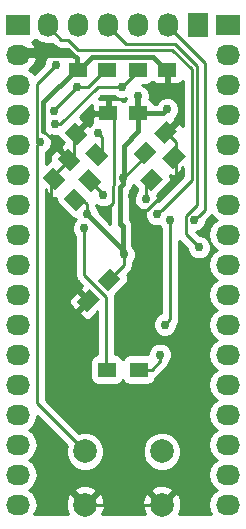
<source format=gbl>
G04 #@! TF.FileFunction,Copper,L2,Bot,Signal*
%FSLAX46Y46*%
G04 Gerber Fmt 4.6, Leading zero omitted, Abs format (unit mm)*
G04 Created by KiCad (PCBNEW 4.0.4+e1-6308~48~ubuntu16.04.1-stable) date Wed Oct 26 20:21:12 2016*
%MOMM*%
%LPD*%
G01*
G04 APERTURE LIST*
%ADD10C,0.101600*%
%ADD11R,1.727200X2.032000*%
%ADD12O,1.727200X2.032000*%
%ADD13R,1.500000X1.250000*%
%ADD14C,2.000000*%
%ADD15R,2.032000X1.727200*%
%ADD16O,2.032000X1.727200*%
%ADD17R,1.500000X1.300000*%
%ADD18C,0.762000*%
%ADD19C,0.400000*%
%ADD20C,0.254000*%
%ADD21C,0.500000*%
G04 APERTURE END LIST*
D10*
D11*
X198120000Y-81280000D03*
D12*
X195580000Y-81280000D03*
X193040000Y-81280000D03*
X190500000Y-81280000D03*
X187960000Y-81280000D03*
X185420000Y-81280000D03*
D13*
X193040000Y-85090000D03*
X195540000Y-85090000D03*
X190460000Y-85090000D03*
X187960000Y-85090000D03*
D10*
G36*
X189956155Y-94572271D02*
X189072271Y-95456155D01*
X188011611Y-94395495D01*
X188895495Y-93511611D01*
X189956155Y-94572271D01*
X189956155Y-94572271D01*
G37*
G36*
X188188389Y-92804505D02*
X187304505Y-93688389D01*
X186243845Y-92627729D01*
X187127729Y-91743845D01*
X188188389Y-92804505D01*
X188188389Y-92804505D01*
G37*
G36*
X186820162Y-90422046D02*
X187704046Y-89538162D01*
X188764706Y-90598822D01*
X187880822Y-91482706D01*
X186820162Y-90422046D01*
X186820162Y-90422046D01*
G37*
G36*
X188587928Y-92189812D02*
X189471812Y-91305928D01*
X190532472Y-92366588D01*
X189648588Y-93250472D01*
X188587928Y-92189812D01*
X188587928Y-92189812D01*
G37*
G36*
X194112289Y-95376349D02*
X193193051Y-94457111D01*
X194253711Y-93396451D01*
X195172949Y-94315689D01*
X194112289Y-95376349D01*
X194112289Y-95376349D01*
G37*
G36*
X196021477Y-93467161D02*
X195102239Y-92547923D01*
X196162899Y-91487263D01*
X197082137Y-92406501D01*
X196021477Y-93467161D01*
X196021477Y-93467161D01*
G37*
G36*
X190710271Y-101902845D02*
X191594155Y-102786729D01*
X190533495Y-103847389D01*
X189649611Y-102963505D01*
X190710271Y-101902845D01*
X190710271Y-101902845D01*
G37*
G36*
X188942505Y-103670611D02*
X189826389Y-104554495D01*
X188765729Y-105615155D01*
X187881845Y-104731271D01*
X188942505Y-103670611D01*
X188942505Y-103670611D01*
G37*
D13*
X193050000Y-88800000D03*
X190550000Y-88800000D03*
D14*
X195072000Y-117420000D03*
X195072000Y-121920000D03*
X188572000Y-117420000D03*
X188572000Y-121920000D03*
D10*
G36*
X193540929Y-93118355D02*
X192657045Y-92234471D01*
X193717705Y-91173811D01*
X194601589Y-92057695D01*
X193540929Y-93118355D01*
X193540929Y-93118355D01*
G37*
G36*
X195308695Y-91350589D02*
X194424811Y-90466705D01*
X195485471Y-89406045D01*
X196369355Y-90289929D01*
X195308695Y-91350589D01*
X195308695Y-91350589D01*
G37*
G36*
X188703672Y-96201988D02*
X187819788Y-97085872D01*
X186759128Y-96025212D01*
X187643012Y-95141328D01*
X188703672Y-96201988D01*
X188703672Y-96201988D01*
G37*
G36*
X186935906Y-94434222D02*
X186052022Y-95318106D01*
X184991362Y-94257446D01*
X185875246Y-93373562D01*
X186935906Y-94434222D01*
X186935906Y-94434222D01*
G37*
D15*
X182880000Y-81280000D03*
D16*
X182880000Y-83820000D03*
X182880000Y-86360000D03*
X182880000Y-88900000D03*
X182880000Y-91440000D03*
X182880000Y-93980000D03*
X182880000Y-96520000D03*
X182880000Y-99060000D03*
X182880000Y-101600000D03*
X182880000Y-104140000D03*
X182880000Y-106680000D03*
X182880000Y-109220000D03*
X182880000Y-111760000D03*
X182880000Y-114300000D03*
X182880000Y-116840000D03*
X182880000Y-119380000D03*
X182880000Y-121920000D03*
D15*
X200660000Y-81280000D03*
D16*
X200660000Y-83820000D03*
X200660000Y-86360000D03*
X200660000Y-88900000D03*
X200660000Y-91440000D03*
X200660000Y-93980000D03*
X200660000Y-96520000D03*
X200660000Y-99060000D03*
X200660000Y-101600000D03*
X200660000Y-104140000D03*
X200660000Y-106680000D03*
X200660000Y-109220000D03*
X200660000Y-111760000D03*
X200660000Y-114300000D03*
X200660000Y-116840000D03*
X200660000Y-119380000D03*
X200660000Y-121920000D03*
D17*
X190420000Y-110490000D03*
X193120000Y-110490000D03*
D18*
X188700000Y-97300000D03*
X193025000Y-87325000D03*
X195525000Y-88450000D03*
X191850000Y-100730000D03*
X191810000Y-94250000D03*
X188620400Y-109220000D03*
X195834000Y-86614000D03*
X192531994Y-95758000D03*
X190410000Y-96960000D03*
X197800000Y-97850000D03*
X198200000Y-100150000D03*
X184775000Y-91200000D03*
X186075000Y-84675000D03*
X194680000Y-97350000D03*
X188484781Y-98523522D03*
X193701990Y-96062294D03*
X185950000Y-88625000D03*
X187850000Y-86580000D03*
X191680000Y-86530000D03*
X186000000Y-89700000D03*
X189700000Y-90500000D03*
X195326000Y-106680000D03*
X195790000Y-97820000D03*
X190120000Y-95740000D03*
X194919600Y-109220000D03*
D19*
X191810000Y-94250000D02*
X191810000Y-94811380D01*
X191810000Y-94811380D02*
X191550000Y-95071380D01*
X191550000Y-95071380D02*
X191550000Y-98150000D01*
X191550000Y-98150000D02*
X191750000Y-98350000D01*
X191750000Y-98350000D02*
X191750000Y-100630000D01*
X191750000Y-100630000D02*
X191810000Y-100690000D01*
X191690000Y-100730000D02*
X191690000Y-100290000D01*
X191690000Y-100290000D02*
X189080999Y-97680999D01*
D20*
X187827883Y-95625883D02*
X188700000Y-96498000D01*
D19*
X189080999Y-97680999D02*
X188700000Y-97300000D01*
D20*
X188700000Y-96761185D02*
X188700000Y-97300000D01*
X188700000Y-96498000D02*
X188700000Y-96761185D01*
D21*
X193025000Y-87325000D02*
X193025000Y-88775000D01*
D20*
X193025000Y-88775000D02*
X193050000Y-88800000D01*
D19*
X193075000Y-88900000D02*
X193075000Y-90325000D01*
X193075000Y-90325000D02*
X191850000Y-91550000D01*
X191850000Y-91550000D02*
X191850000Y-94210000D01*
X191850000Y-94210000D02*
X191831210Y-94228790D01*
X193050000Y-88800000D02*
X195175000Y-88800000D01*
X195175000Y-88800000D02*
X195525000Y-88450000D01*
D20*
X191850000Y-101647000D02*
X191850000Y-101268815D01*
X190621883Y-102875117D02*
X191850000Y-101647000D01*
X191690000Y-100730000D02*
X191850000Y-100730000D01*
X191810000Y-100690000D02*
X191850000Y-100730000D01*
X191850000Y-101268815D02*
X191850000Y-100730000D01*
X191831210Y-94228790D02*
X191810000Y-94250000D01*
X191810000Y-94250000D02*
X193776117Y-92283883D01*
X193776117Y-92283883D02*
X193816117Y-92283883D01*
X193816117Y-92283883D02*
X193106117Y-92283883D01*
X187216117Y-92716117D02*
X187202117Y-92716117D01*
X187202117Y-92716117D02*
X185648600Y-94269634D01*
X185648600Y-101437366D02*
X188854117Y-104642883D01*
X185648600Y-94269634D02*
X185648600Y-101437366D01*
X188854117Y-104642883D02*
X187960000Y-105537000D01*
X187960000Y-105537000D02*
X187960000Y-108559600D01*
X187960000Y-108559600D02*
X188620400Y-109220000D01*
X188620400Y-112471200D02*
X188620400Y-109758815D01*
X192000000Y-115850800D02*
X188620400Y-112471200D01*
X192000000Y-121920000D02*
X192000000Y-115850800D01*
X188620400Y-109758815D02*
X188620400Y-109220000D01*
D19*
X185050000Y-90250000D02*
X185050000Y-87875000D01*
X185050000Y-87875000D02*
X187835000Y-85090000D01*
D20*
X187835000Y-85090000D02*
X187960000Y-85090000D01*
X186615077Y-91815077D02*
X185050000Y-90250000D01*
X187216117Y-92716117D02*
X186615077Y-92115077D01*
X186615077Y-92115077D02*
X186615077Y-91815077D01*
X195540000Y-85090000D02*
X195415000Y-85090000D01*
D19*
X195415000Y-85090000D02*
X194325000Y-84000000D01*
X194325000Y-84000000D02*
X189175000Y-84000000D01*
X189175000Y-84000000D02*
X188085000Y-85090000D01*
D20*
X188085000Y-85090000D02*
X187960000Y-85090000D01*
D19*
X187960000Y-85090000D02*
X187850000Y-84980000D01*
X183250000Y-83825000D02*
X183650000Y-83425000D01*
X187850000Y-84980000D02*
X187850000Y-84150000D01*
X187850000Y-84150000D02*
X187525000Y-83825000D01*
X187525000Y-83825000D02*
X183250000Y-83825000D01*
X183650000Y-83425000D02*
X187100000Y-83425000D01*
X187100000Y-83425000D02*
X187450000Y-83775000D01*
D20*
X190975000Y-89100000D02*
X190980000Y-89105000D01*
X190980000Y-89105000D02*
X190980000Y-94891549D01*
X190980000Y-94891549D02*
X190963587Y-94907962D01*
X190963587Y-94907962D02*
X190963587Y-96406413D01*
X190963587Y-96406413D02*
X190790999Y-96579001D01*
X190790999Y-96579001D02*
X190410000Y-96960000D01*
X195583883Y-90516117D02*
X196625000Y-89475000D01*
X196625000Y-89475000D02*
X196625000Y-87405000D01*
X196625000Y-87405000D02*
X195834000Y-86614000D01*
X190550000Y-88800000D02*
X190675000Y-88800000D01*
X195540000Y-86320000D02*
X195834000Y-86614000D01*
X195540000Y-85090000D02*
X195540000Y-86320000D01*
X193838799Y-97001201D02*
X193236380Y-97001201D01*
X196280594Y-94559406D02*
X193838799Y-97001201D01*
X196280594Y-92263406D02*
X196280594Y-94559406D01*
X192531994Y-96296815D02*
X192531994Y-95758000D01*
X193236380Y-97001201D02*
X192531994Y-96296815D01*
X193657787Y-121920000D02*
X192000000Y-121920000D01*
X192000000Y-121920000D02*
X188572000Y-121920000D01*
X195072000Y-121920000D02*
X193657787Y-121920000D01*
X187616117Y-90716117D02*
X187616117Y-92316117D01*
X187616117Y-92316117D02*
X187216117Y-92716117D01*
X190550000Y-88800000D02*
X189532234Y-88800000D01*
X189532234Y-88800000D02*
X187616117Y-90716117D01*
X196280594Y-92263406D02*
X196280594Y-91212828D01*
X196280594Y-91212828D02*
X195583883Y-90516117D01*
X198180999Y-97469001D02*
X197800000Y-97850000D01*
X198692962Y-84545362D02*
X198692962Y-96957038D01*
X195580000Y-81432400D02*
X198692962Y-84545362D01*
X198692962Y-96957038D02*
X198180999Y-97469001D01*
X195580000Y-81280000D02*
X195580000Y-81432400D01*
X198057964Y-84807964D02*
X196205578Y-82955578D01*
X196205578Y-82955578D02*
X192023178Y-82955578D01*
X197088799Y-97508623D02*
X198057964Y-96539458D01*
X198057964Y-96539458D02*
X198057964Y-84807964D01*
X197088799Y-99038799D02*
X197088799Y-97508623D01*
X198200000Y-100150000D02*
X197088799Y-99038799D01*
X192023178Y-82955578D02*
X190500000Y-81432400D01*
X190500000Y-81432400D02*
X190500000Y-81280000D01*
X188572000Y-117420000D02*
X184500000Y-113348000D01*
X184500000Y-113348000D02*
X184500000Y-91475000D01*
X184500000Y-91475000D02*
X184775000Y-91200000D01*
X186075000Y-84675000D02*
X184475000Y-86275000D01*
X184475000Y-86275000D02*
X184475000Y-90900000D01*
X184475000Y-90900000D02*
X184775000Y-91200000D01*
X197600753Y-94429247D02*
X195060999Y-96969001D01*
X197600753Y-85050753D02*
X197600753Y-94429247D01*
X195962789Y-83412789D02*
X197600753Y-85050753D01*
X187994935Y-83412789D02*
X195962789Y-83412789D01*
X186537600Y-82550000D02*
X187132146Y-82550000D01*
X185420000Y-81432400D02*
X186537600Y-82550000D01*
X195060999Y-96969001D02*
X194680000Y-97350000D01*
X185420000Y-81280000D02*
X185420000Y-81432400D01*
X187132146Y-82550000D02*
X187994935Y-83412789D01*
X188484781Y-98523522D02*
X188484781Y-102484781D01*
X188484781Y-102484781D02*
X190373000Y-104373000D01*
X190373000Y-104373000D02*
X190373000Y-110388400D01*
X193701990Y-94842010D02*
X193701990Y-95523479D01*
X194371406Y-94172594D02*
X193701990Y-94842010D01*
X193701990Y-95523479D02*
X193701990Y-96062294D01*
X190460000Y-85090000D02*
X190335000Y-85090000D01*
X190335000Y-85090000D02*
X190322200Y-85077200D01*
X190322200Y-85077200D02*
X190322200Y-85039200D01*
X190322200Y-85039200D02*
X188781400Y-86580000D01*
X188781400Y-86580000D02*
X187850000Y-86580000D01*
X185950000Y-88480000D02*
X185950000Y-88625000D01*
X187850000Y-86580000D02*
X185950000Y-88480000D01*
X186000000Y-89700000D02*
X186474200Y-89700000D01*
X186474200Y-89700000D02*
X189644200Y-86530000D01*
X189644200Y-86530000D02*
X191141185Y-86530000D01*
X191141185Y-86530000D02*
X191680000Y-86530000D01*
X193040000Y-85090000D02*
X193040000Y-85170000D01*
X193040000Y-85170000D02*
X191680000Y-86530000D01*
X189700000Y-90500000D02*
X189975000Y-90775000D01*
X189975000Y-91892766D02*
X189383883Y-92483883D01*
X189975000Y-90775000D02*
X189975000Y-91892766D01*
X195790000Y-97820000D02*
X195790000Y-106216000D01*
X195706999Y-106299001D02*
X195326000Y-106680000D01*
X195790000Y-106216000D02*
X195706999Y-106299001D01*
X188983883Y-94483883D02*
X190120000Y-95620000D01*
X190120000Y-95620000D02*
X190120000Y-95740000D01*
X194919600Y-109220000D02*
X194919600Y-109804200D01*
X194919600Y-109804200D02*
X194233800Y-110490000D01*
X194233800Y-110490000D02*
X193120000Y-110490000D01*
G36*
X192735242Y-94914920D02*
X192939990Y-95119668D01*
X192939990Y-95387376D01*
X192841169Y-95486025D01*
X192686166Y-95859312D01*
X192685814Y-96263502D01*
X192840165Y-96637060D01*
X193125721Y-96923115D01*
X193499008Y-97078118D01*
X193692716Y-97078287D01*
X193664176Y-97147018D01*
X193663824Y-97551208D01*
X193818175Y-97924766D01*
X194103731Y-98210821D01*
X194477018Y-98365824D01*
X194881208Y-98366176D01*
X194911235Y-98353769D01*
X194928175Y-98394766D01*
X195028000Y-98494765D01*
X195028000Y-105703818D01*
X194751234Y-105818175D01*
X194465179Y-106103731D01*
X194310176Y-106477018D01*
X194309824Y-106881208D01*
X194464175Y-107254766D01*
X194749731Y-107540821D01*
X195123018Y-107695824D01*
X195527208Y-107696176D01*
X195900766Y-107541825D01*
X196186821Y-107256269D01*
X196341824Y-106882982D01*
X196341953Y-106735153D01*
X196493996Y-106507605D01*
X196517708Y-106388396D01*
X196552000Y-106216000D01*
X196552000Y-99579630D01*
X197183946Y-100211576D01*
X197183824Y-100351208D01*
X197338175Y-100724766D01*
X197623731Y-101010821D01*
X197997018Y-101165824D01*
X198401208Y-101166176D01*
X198774766Y-101011825D01*
X199060821Y-100726269D01*
X199215824Y-100352982D01*
X199216176Y-99948792D01*
X199061825Y-99575234D01*
X198776269Y-99289179D01*
X198402982Y-99134176D01*
X198261684Y-99134053D01*
X197993800Y-98866170D01*
X198001208Y-98866176D01*
X198374766Y-98711825D01*
X198660821Y-98426269D01*
X198815824Y-98052982D01*
X198815947Y-97911683D01*
X199231777Y-97495853D01*
X199295679Y-97400217D01*
X199415585Y-97579670D01*
X199730366Y-97790000D01*
X199415585Y-98000330D01*
X199090729Y-98486511D01*
X198976655Y-99060000D01*
X199090729Y-99633489D01*
X199415585Y-100119670D01*
X199730366Y-100330000D01*
X199415585Y-100540330D01*
X199090729Y-101026511D01*
X198976655Y-101600000D01*
X199090729Y-102173489D01*
X199415585Y-102659670D01*
X199730366Y-102870000D01*
X199415585Y-103080330D01*
X199090729Y-103566511D01*
X198976655Y-104140000D01*
X199090729Y-104713489D01*
X199415585Y-105199670D01*
X199730366Y-105410000D01*
X199415585Y-105620330D01*
X199090729Y-106106511D01*
X198976655Y-106680000D01*
X199090729Y-107253489D01*
X199415585Y-107739670D01*
X199730366Y-107950000D01*
X199415585Y-108160330D01*
X199090729Y-108646511D01*
X198976655Y-109220000D01*
X199090729Y-109793489D01*
X199415585Y-110279670D01*
X199730366Y-110490000D01*
X199415585Y-110700330D01*
X199090729Y-111186511D01*
X198976655Y-111760000D01*
X199090729Y-112333489D01*
X199415585Y-112819670D01*
X199730366Y-113030000D01*
X199415585Y-113240330D01*
X199090729Y-113726511D01*
X198976655Y-114300000D01*
X199090729Y-114873489D01*
X199415585Y-115359670D01*
X199730366Y-115570000D01*
X199415585Y-115780330D01*
X199090729Y-116266511D01*
X198976655Y-116840000D01*
X199090729Y-117413489D01*
X199415585Y-117899670D01*
X199730366Y-118110000D01*
X199415585Y-118320330D01*
X199090729Y-118806511D01*
X198976655Y-119380000D01*
X199090729Y-119953489D01*
X199415585Y-120439670D01*
X199730366Y-120650000D01*
X199415585Y-120860330D01*
X199090729Y-121346511D01*
X198976655Y-121920000D01*
X199090729Y-122493489D01*
X199251433Y-122734000D01*
X196513776Y-122734000D01*
X196717908Y-122184539D01*
X196693856Y-121534540D01*
X196491387Y-121045736D01*
X196224532Y-120947073D01*
X195251605Y-121920000D01*
X195265748Y-121934143D01*
X195086143Y-122113748D01*
X195072000Y-122099605D01*
X195057858Y-122113748D01*
X194878253Y-121934143D01*
X194892395Y-121920000D01*
X193919468Y-120947073D01*
X193652613Y-121045736D01*
X193426092Y-121655461D01*
X193450144Y-122305460D01*
X193627651Y-122734000D01*
X190013776Y-122734000D01*
X190217908Y-122184539D01*
X190193856Y-121534540D01*
X189991387Y-121045736D01*
X189724532Y-120947073D01*
X188751605Y-121920000D01*
X188765748Y-121934143D01*
X188586143Y-122113748D01*
X188572000Y-122099605D01*
X188557858Y-122113748D01*
X188378253Y-121934143D01*
X188392395Y-121920000D01*
X187419468Y-120947073D01*
X187152613Y-121045736D01*
X186926092Y-121655461D01*
X186950144Y-122305460D01*
X187127651Y-122734000D01*
X184288567Y-122734000D01*
X184449271Y-122493489D01*
X184563345Y-121920000D01*
X184449271Y-121346511D01*
X184124415Y-120860330D01*
X183985438Y-120767468D01*
X187599073Y-120767468D01*
X188572000Y-121740395D01*
X189544927Y-120767468D01*
X194099073Y-120767468D01*
X195072000Y-121740395D01*
X196044927Y-120767468D01*
X195946264Y-120500613D01*
X195336539Y-120274092D01*
X194686540Y-120298144D01*
X194197736Y-120500613D01*
X194099073Y-120767468D01*
X189544927Y-120767468D01*
X189446264Y-120500613D01*
X188836539Y-120274092D01*
X188186540Y-120298144D01*
X187697736Y-120500613D01*
X187599073Y-120767468D01*
X183985438Y-120767468D01*
X183809634Y-120650000D01*
X184124415Y-120439670D01*
X184449271Y-119953489D01*
X184563345Y-119380000D01*
X184449271Y-118806511D01*
X184124415Y-118320330D01*
X183809634Y-118110000D01*
X184124415Y-117899670D01*
X184449271Y-117413489D01*
X184563345Y-116840000D01*
X184449271Y-116266511D01*
X184124415Y-115780330D01*
X183809634Y-115570000D01*
X184124415Y-115359670D01*
X184449271Y-114873489D01*
X184531992Y-114457622D01*
X187004895Y-116930526D01*
X186937284Y-117093352D01*
X186936716Y-117743795D01*
X187185106Y-118344943D01*
X187644637Y-118805278D01*
X188245352Y-119054716D01*
X188895795Y-119055284D01*
X189496943Y-118806894D01*
X189957278Y-118347363D01*
X190206716Y-117746648D01*
X190206718Y-117743795D01*
X193436716Y-117743795D01*
X193685106Y-118344943D01*
X194144637Y-118805278D01*
X194745352Y-119054716D01*
X195395795Y-119055284D01*
X195996943Y-118806894D01*
X196457278Y-118347363D01*
X196706716Y-117746648D01*
X196707284Y-117096205D01*
X196458894Y-116495057D01*
X195999363Y-116034722D01*
X195398648Y-115785284D01*
X194748205Y-115784716D01*
X194147057Y-116033106D01*
X193686722Y-116492637D01*
X193437284Y-117093352D01*
X193436716Y-117743795D01*
X190206718Y-117743795D01*
X190207284Y-117096205D01*
X189958894Y-116495057D01*
X189499363Y-116034722D01*
X188898648Y-115785284D01*
X188248205Y-115784716D01*
X188082723Y-115853092D01*
X185262000Y-113032370D01*
X185262000Y-104857580D01*
X187246845Y-104857580D01*
X187343518Y-105090969D01*
X187522146Y-105269598D01*
X187672718Y-105420170D01*
X187897225Y-105420170D01*
X188674512Y-104642883D01*
X187985613Y-103953984D01*
X187761107Y-103953984D01*
X187343518Y-104371572D01*
X187246846Y-104604962D01*
X187246845Y-104857580D01*
X185262000Y-104857580D01*
X185262000Y-95227076D01*
X185274735Y-95214341D01*
X185274735Y-95438844D01*
X185692323Y-95856433D01*
X185925713Y-95953105D01*
X186125452Y-95953106D01*
X186111750Y-96016268D01*
X186159274Y-96268839D01*
X186301319Y-96483021D01*
X187361979Y-97543681D01*
X187559682Y-97678766D01*
X187776636Y-97725829D01*
X187796824Y-97774690D01*
X187623960Y-97947253D01*
X187468957Y-98320540D01*
X187468605Y-98724730D01*
X187622956Y-99098288D01*
X187722781Y-99198287D01*
X187722781Y-102484781D01*
X187780785Y-102776386D01*
X187899838Y-102954561D01*
X187945966Y-103023596D01*
X188318730Y-103396360D01*
X188165218Y-103549873D01*
X188165218Y-103774379D01*
X188854117Y-104463278D01*
X188868260Y-104449136D01*
X189047865Y-104628741D01*
X189033722Y-104642883D01*
X189047865Y-104657026D01*
X188868260Y-104836631D01*
X188854117Y-104822488D01*
X188076830Y-105599775D01*
X188076830Y-105824282D01*
X188227402Y-105974854D01*
X188406031Y-106153482D01*
X188639420Y-106250155D01*
X188892038Y-106250154D01*
X189125428Y-106153482D01*
X189543016Y-105735893D01*
X189543016Y-105511390D01*
X189611000Y-105579374D01*
X189611000Y-109203662D01*
X189434683Y-109236838D01*
X189218559Y-109375910D01*
X189073569Y-109588110D01*
X189022560Y-109840000D01*
X189022560Y-111140000D01*
X189066838Y-111375317D01*
X189205910Y-111591441D01*
X189418110Y-111736431D01*
X189670000Y-111787440D01*
X191170000Y-111787440D01*
X191405317Y-111743162D01*
X191621441Y-111604090D01*
X191766431Y-111391890D01*
X191769081Y-111378803D01*
X191905910Y-111591441D01*
X192118110Y-111736431D01*
X192370000Y-111787440D01*
X193870000Y-111787440D01*
X194105317Y-111743162D01*
X194321441Y-111604090D01*
X194466431Y-111391890D01*
X194505712Y-111197913D01*
X194525405Y-111193996D01*
X194772615Y-111028815D01*
X195458416Y-110343015D01*
X195557434Y-110194823D01*
X195623596Y-110095805D01*
X195659084Y-109917394D01*
X195780421Y-109796269D01*
X195935424Y-109422982D01*
X195935776Y-109018792D01*
X195781425Y-108645234D01*
X195495869Y-108359179D01*
X195122582Y-108204176D01*
X194718392Y-108203824D01*
X194344834Y-108358175D01*
X194058779Y-108643731D01*
X193903776Y-109017018D01*
X193903617Y-109199368D01*
X193870000Y-109192560D01*
X192370000Y-109192560D01*
X192134683Y-109236838D01*
X191918559Y-109375910D01*
X191773569Y-109588110D01*
X191770919Y-109601197D01*
X191634090Y-109388559D01*
X191421890Y-109243569D01*
X191170000Y-109192560D01*
X191135000Y-109192560D01*
X191135000Y-104373000D01*
X191099910Y-104196592D01*
X192051964Y-103244538D01*
X192187049Y-103046835D01*
X192241533Y-102795673D01*
X192194009Y-102543102D01*
X192129220Y-102445411D01*
X192388816Y-102185815D01*
X192531140Y-101972811D01*
X192553996Y-101938605D01*
X192612000Y-101647000D01*
X192612000Y-101404918D01*
X192710821Y-101306269D01*
X192865824Y-100932982D01*
X192866176Y-100528792D01*
X192711825Y-100155234D01*
X192585000Y-100028187D01*
X192585000Y-98350000D01*
X192561512Y-98231917D01*
X192521440Y-98030460D01*
X192385000Y-97826264D01*
X192385000Y-95417248D01*
X192400434Y-95401814D01*
X192581440Y-95130920D01*
X192634907Y-94862120D01*
X192670821Y-94826269D01*
X192672988Y-94821050D01*
X192735242Y-94914920D01*
X192735242Y-94914920D01*
G37*
X192735242Y-94914920D02*
X192939990Y-95119668D01*
X192939990Y-95387376D01*
X192841169Y-95486025D01*
X192686166Y-95859312D01*
X192685814Y-96263502D01*
X192840165Y-96637060D01*
X193125721Y-96923115D01*
X193499008Y-97078118D01*
X193692716Y-97078287D01*
X193664176Y-97147018D01*
X193663824Y-97551208D01*
X193818175Y-97924766D01*
X194103731Y-98210821D01*
X194477018Y-98365824D01*
X194881208Y-98366176D01*
X194911235Y-98353769D01*
X194928175Y-98394766D01*
X195028000Y-98494765D01*
X195028000Y-105703818D01*
X194751234Y-105818175D01*
X194465179Y-106103731D01*
X194310176Y-106477018D01*
X194309824Y-106881208D01*
X194464175Y-107254766D01*
X194749731Y-107540821D01*
X195123018Y-107695824D01*
X195527208Y-107696176D01*
X195900766Y-107541825D01*
X196186821Y-107256269D01*
X196341824Y-106882982D01*
X196341953Y-106735153D01*
X196493996Y-106507605D01*
X196517708Y-106388396D01*
X196552000Y-106216000D01*
X196552000Y-99579630D01*
X197183946Y-100211576D01*
X197183824Y-100351208D01*
X197338175Y-100724766D01*
X197623731Y-101010821D01*
X197997018Y-101165824D01*
X198401208Y-101166176D01*
X198774766Y-101011825D01*
X199060821Y-100726269D01*
X199215824Y-100352982D01*
X199216176Y-99948792D01*
X199061825Y-99575234D01*
X198776269Y-99289179D01*
X198402982Y-99134176D01*
X198261684Y-99134053D01*
X197993800Y-98866170D01*
X198001208Y-98866176D01*
X198374766Y-98711825D01*
X198660821Y-98426269D01*
X198815824Y-98052982D01*
X198815947Y-97911683D01*
X199231777Y-97495853D01*
X199295679Y-97400217D01*
X199415585Y-97579670D01*
X199730366Y-97790000D01*
X199415585Y-98000330D01*
X199090729Y-98486511D01*
X198976655Y-99060000D01*
X199090729Y-99633489D01*
X199415585Y-100119670D01*
X199730366Y-100330000D01*
X199415585Y-100540330D01*
X199090729Y-101026511D01*
X198976655Y-101600000D01*
X199090729Y-102173489D01*
X199415585Y-102659670D01*
X199730366Y-102870000D01*
X199415585Y-103080330D01*
X199090729Y-103566511D01*
X198976655Y-104140000D01*
X199090729Y-104713489D01*
X199415585Y-105199670D01*
X199730366Y-105410000D01*
X199415585Y-105620330D01*
X199090729Y-106106511D01*
X198976655Y-106680000D01*
X199090729Y-107253489D01*
X199415585Y-107739670D01*
X199730366Y-107950000D01*
X199415585Y-108160330D01*
X199090729Y-108646511D01*
X198976655Y-109220000D01*
X199090729Y-109793489D01*
X199415585Y-110279670D01*
X199730366Y-110490000D01*
X199415585Y-110700330D01*
X199090729Y-111186511D01*
X198976655Y-111760000D01*
X199090729Y-112333489D01*
X199415585Y-112819670D01*
X199730366Y-113030000D01*
X199415585Y-113240330D01*
X199090729Y-113726511D01*
X198976655Y-114300000D01*
X199090729Y-114873489D01*
X199415585Y-115359670D01*
X199730366Y-115570000D01*
X199415585Y-115780330D01*
X199090729Y-116266511D01*
X198976655Y-116840000D01*
X199090729Y-117413489D01*
X199415585Y-117899670D01*
X199730366Y-118110000D01*
X199415585Y-118320330D01*
X199090729Y-118806511D01*
X198976655Y-119380000D01*
X199090729Y-119953489D01*
X199415585Y-120439670D01*
X199730366Y-120650000D01*
X199415585Y-120860330D01*
X199090729Y-121346511D01*
X198976655Y-121920000D01*
X199090729Y-122493489D01*
X199251433Y-122734000D01*
X196513776Y-122734000D01*
X196717908Y-122184539D01*
X196693856Y-121534540D01*
X196491387Y-121045736D01*
X196224532Y-120947073D01*
X195251605Y-121920000D01*
X195265748Y-121934143D01*
X195086143Y-122113748D01*
X195072000Y-122099605D01*
X195057858Y-122113748D01*
X194878253Y-121934143D01*
X194892395Y-121920000D01*
X193919468Y-120947073D01*
X193652613Y-121045736D01*
X193426092Y-121655461D01*
X193450144Y-122305460D01*
X193627651Y-122734000D01*
X190013776Y-122734000D01*
X190217908Y-122184539D01*
X190193856Y-121534540D01*
X189991387Y-121045736D01*
X189724532Y-120947073D01*
X188751605Y-121920000D01*
X188765748Y-121934143D01*
X188586143Y-122113748D01*
X188572000Y-122099605D01*
X188557858Y-122113748D01*
X188378253Y-121934143D01*
X188392395Y-121920000D01*
X187419468Y-120947073D01*
X187152613Y-121045736D01*
X186926092Y-121655461D01*
X186950144Y-122305460D01*
X187127651Y-122734000D01*
X184288567Y-122734000D01*
X184449271Y-122493489D01*
X184563345Y-121920000D01*
X184449271Y-121346511D01*
X184124415Y-120860330D01*
X183985438Y-120767468D01*
X187599073Y-120767468D01*
X188572000Y-121740395D01*
X189544927Y-120767468D01*
X194099073Y-120767468D01*
X195072000Y-121740395D01*
X196044927Y-120767468D01*
X195946264Y-120500613D01*
X195336539Y-120274092D01*
X194686540Y-120298144D01*
X194197736Y-120500613D01*
X194099073Y-120767468D01*
X189544927Y-120767468D01*
X189446264Y-120500613D01*
X188836539Y-120274092D01*
X188186540Y-120298144D01*
X187697736Y-120500613D01*
X187599073Y-120767468D01*
X183985438Y-120767468D01*
X183809634Y-120650000D01*
X184124415Y-120439670D01*
X184449271Y-119953489D01*
X184563345Y-119380000D01*
X184449271Y-118806511D01*
X184124415Y-118320330D01*
X183809634Y-118110000D01*
X184124415Y-117899670D01*
X184449271Y-117413489D01*
X184563345Y-116840000D01*
X184449271Y-116266511D01*
X184124415Y-115780330D01*
X183809634Y-115570000D01*
X184124415Y-115359670D01*
X184449271Y-114873489D01*
X184531992Y-114457622D01*
X187004895Y-116930526D01*
X186937284Y-117093352D01*
X186936716Y-117743795D01*
X187185106Y-118344943D01*
X187644637Y-118805278D01*
X188245352Y-119054716D01*
X188895795Y-119055284D01*
X189496943Y-118806894D01*
X189957278Y-118347363D01*
X190206716Y-117746648D01*
X190206718Y-117743795D01*
X193436716Y-117743795D01*
X193685106Y-118344943D01*
X194144637Y-118805278D01*
X194745352Y-119054716D01*
X195395795Y-119055284D01*
X195996943Y-118806894D01*
X196457278Y-118347363D01*
X196706716Y-117746648D01*
X196707284Y-117096205D01*
X196458894Y-116495057D01*
X195999363Y-116034722D01*
X195398648Y-115785284D01*
X194748205Y-115784716D01*
X194147057Y-116033106D01*
X193686722Y-116492637D01*
X193437284Y-117093352D01*
X193436716Y-117743795D01*
X190206718Y-117743795D01*
X190207284Y-117096205D01*
X189958894Y-116495057D01*
X189499363Y-116034722D01*
X188898648Y-115785284D01*
X188248205Y-115784716D01*
X188082723Y-115853092D01*
X185262000Y-113032370D01*
X185262000Y-104857580D01*
X187246845Y-104857580D01*
X187343518Y-105090969D01*
X187522146Y-105269598D01*
X187672718Y-105420170D01*
X187897225Y-105420170D01*
X188674512Y-104642883D01*
X187985613Y-103953984D01*
X187761107Y-103953984D01*
X187343518Y-104371572D01*
X187246846Y-104604962D01*
X187246845Y-104857580D01*
X185262000Y-104857580D01*
X185262000Y-95227076D01*
X185274735Y-95214341D01*
X185274735Y-95438844D01*
X185692323Y-95856433D01*
X185925713Y-95953105D01*
X186125452Y-95953106D01*
X186111750Y-96016268D01*
X186159274Y-96268839D01*
X186301319Y-96483021D01*
X187361979Y-97543681D01*
X187559682Y-97678766D01*
X187776636Y-97725829D01*
X187796824Y-97774690D01*
X187623960Y-97947253D01*
X187468957Y-98320540D01*
X187468605Y-98724730D01*
X187622956Y-99098288D01*
X187722781Y-99198287D01*
X187722781Y-102484781D01*
X187780785Y-102776386D01*
X187899838Y-102954561D01*
X187945966Y-103023596D01*
X188318730Y-103396360D01*
X188165218Y-103549873D01*
X188165218Y-103774379D01*
X188854117Y-104463278D01*
X188868260Y-104449136D01*
X189047865Y-104628741D01*
X189033722Y-104642883D01*
X189047865Y-104657026D01*
X188868260Y-104836631D01*
X188854117Y-104822488D01*
X188076830Y-105599775D01*
X188076830Y-105824282D01*
X188227402Y-105974854D01*
X188406031Y-106153482D01*
X188639420Y-106250155D01*
X188892038Y-106250154D01*
X189125428Y-106153482D01*
X189543016Y-105735893D01*
X189543016Y-105511390D01*
X189611000Y-105579374D01*
X189611000Y-109203662D01*
X189434683Y-109236838D01*
X189218559Y-109375910D01*
X189073569Y-109588110D01*
X189022560Y-109840000D01*
X189022560Y-111140000D01*
X189066838Y-111375317D01*
X189205910Y-111591441D01*
X189418110Y-111736431D01*
X189670000Y-111787440D01*
X191170000Y-111787440D01*
X191405317Y-111743162D01*
X191621441Y-111604090D01*
X191766431Y-111391890D01*
X191769081Y-111378803D01*
X191905910Y-111591441D01*
X192118110Y-111736431D01*
X192370000Y-111787440D01*
X193870000Y-111787440D01*
X194105317Y-111743162D01*
X194321441Y-111604090D01*
X194466431Y-111391890D01*
X194505712Y-111197913D01*
X194525405Y-111193996D01*
X194772615Y-111028815D01*
X195458416Y-110343015D01*
X195557434Y-110194823D01*
X195623596Y-110095805D01*
X195659084Y-109917394D01*
X195780421Y-109796269D01*
X195935424Y-109422982D01*
X195935776Y-109018792D01*
X195781425Y-108645234D01*
X195495869Y-108359179D01*
X195122582Y-108204176D01*
X194718392Y-108203824D01*
X194344834Y-108358175D01*
X194058779Y-108643731D01*
X193903776Y-109017018D01*
X193903617Y-109199368D01*
X193870000Y-109192560D01*
X192370000Y-109192560D01*
X192134683Y-109236838D01*
X191918559Y-109375910D01*
X191773569Y-109588110D01*
X191770919Y-109601197D01*
X191634090Y-109388559D01*
X191421890Y-109243569D01*
X191170000Y-109192560D01*
X191135000Y-109192560D01*
X191135000Y-104373000D01*
X191099910Y-104196592D01*
X192051964Y-103244538D01*
X192187049Y-103046835D01*
X192241533Y-102795673D01*
X192194009Y-102543102D01*
X192129220Y-102445411D01*
X192388816Y-102185815D01*
X192531140Y-101972811D01*
X192553996Y-101938605D01*
X192612000Y-101647000D01*
X192612000Y-101404918D01*
X192710821Y-101306269D01*
X192865824Y-100932982D01*
X192866176Y-100528792D01*
X192711825Y-100155234D01*
X192585000Y-100028187D01*
X192585000Y-98350000D01*
X192561512Y-98231917D01*
X192521440Y-98030460D01*
X192385000Y-97826264D01*
X192385000Y-95417248D01*
X192400434Y-95401814D01*
X192581440Y-95130920D01*
X192634907Y-94862120D01*
X192670821Y-94826269D01*
X192672988Y-94821050D01*
X192735242Y-94914920D01*
G36*
X189543731Y-96600821D02*
X189917018Y-96755824D01*
X190321208Y-96756176D01*
X190694766Y-96601825D01*
X190715000Y-96581626D01*
X190715000Y-98134132D01*
X189716144Y-97135276D01*
X189716176Y-97098792D01*
X189561825Y-96725234D01*
X189462000Y-96625235D01*
X189462000Y-96518947D01*
X189543731Y-96600821D01*
X189543731Y-96600821D01*
G37*
X189543731Y-96600821D02*
X189917018Y-96755824D01*
X190321208Y-96756176D01*
X190694766Y-96601825D01*
X190715000Y-96581626D01*
X190715000Y-98134132D01*
X189716144Y-97135276D01*
X189716176Y-97098792D01*
X189561825Y-96725234D01*
X189462000Y-96625235D01*
X189462000Y-96518947D01*
X189543731Y-96600821D01*
G36*
X196838753Y-93403385D02*
X196838753Y-94113616D01*
X194717841Y-96234529D01*
X194718166Y-95861086D01*
X194667000Y-95737256D01*
X195630758Y-94773498D01*
X195765843Y-94575795D01*
X195820327Y-94324633D01*
X195772803Y-94072062D01*
X195753980Y-94043680D01*
X195895168Y-94102162D01*
X196147787Y-94102161D01*
X196381176Y-94005488D01*
X196798764Y-93587900D01*
X196798764Y-93363396D01*
X196838753Y-93403385D01*
X196838753Y-93403385D01*
G37*
X196838753Y-93403385D02*
X196838753Y-94113616D01*
X194717841Y-96234529D01*
X194718166Y-95861086D01*
X194667000Y-95737256D01*
X195630758Y-94773498D01*
X195765843Y-94575795D01*
X195820327Y-94324633D01*
X195772803Y-94072062D01*
X195753980Y-94043680D01*
X195895168Y-94102162D01*
X196147787Y-94102161D01*
X196381176Y-94005488D01*
X196798764Y-93587900D01*
X196798764Y-93363396D01*
X196838753Y-93403385D01*
G36*
X186157382Y-94331692D02*
X186143239Y-94345834D01*
X186157382Y-94359977D01*
X185977777Y-94539582D01*
X185963634Y-94525439D01*
X185949492Y-94539582D01*
X185769887Y-94359977D01*
X185784029Y-94345834D01*
X185769887Y-94331692D01*
X185949492Y-94152087D01*
X185963634Y-94166229D01*
X185977777Y-94152087D01*
X186157382Y-94331692D01*
X186157382Y-94331692D01*
G37*
X186157382Y-94331692D02*
X186143239Y-94345834D01*
X186157382Y-94359977D01*
X185977777Y-94539582D01*
X185963634Y-94525439D01*
X185949492Y-94539582D01*
X185769887Y-94359977D01*
X185784029Y-94345834D01*
X185769887Y-94331692D01*
X185949492Y-94152087D01*
X185963634Y-94166229D01*
X185977777Y-94152087D01*
X186157382Y-94331692D01*
G36*
X185797018Y-90715824D02*
X186201208Y-90716176D01*
X186246862Y-90697312D01*
X186281835Y-90781745D01*
X186699424Y-91199333D01*
X186782963Y-91199333D01*
X186768031Y-91205518D01*
X186589402Y-91384146D01*
X186438830Y-91534718D01*
X186438830Y-91759225D01*
X187216117Y-92536512D01*
X187230260Y-92522370D01*
X187409865Y-92701975D01*
X187395722Y-92716117D01*
X187409865Y-92730260D01*
X187230260Y-92909865D01*
X187216117Y-92895722D01*
X187201975Y-92909865D01*
X187022370Y-92730260D01*
X187036512Y-92716117D01*
X186259225Y-91938830D01*
X186034718Y-91938830D01*
X185884146Y-92089402D01*
X185705518Y-92268031D01*
X185608845Y-92501420D01*
X185608846Y-92754038D01*
X185623890Y-92790358D01*
X185515548Y-92835235D01*
X185336919Y-93013863D01*
X185262000Y-93088782D01*
X185262000Y-92098089D01*
X185349766Y-92061825D01*
X185635821Y-91776269D01*
X185790824Y-91402982D01*
X185791176Y-90998792D01*
X185648831Y-90654291D01*
X185797018Y-90715824D01*
X185797018Y-90715824D01*
G37*
X185797018Y-90715824D02*
X186201208Y-90716176D01*
X186246862Y-90697312D01*
X186281835Y-90781745D01*
X186699424Y-91199333D01*
X186782963Y-91199333D01*
X186768031Y-91205518D01*
X186589402Y-91384146D01*
X186438830Y-91534718D01*
X186438830Y-91759225D01*
X187216117Y-92536512D01*
X187230260Y-92522370D01*
X187409865Y-92701975D01*
X187395722Y-92716117D01*
X187409865Y-92730260D01*
X187230260Y-92909865D01*
X187216117Y-92895722D01*
X187201975Y-92909865D01*
X187022370Y-92730260D01*
X187036512Y-92716117D01*
X186259225Y-91938830D01*
X186034718Y-91938830D01*
X185884146Y-92089402D01*
X185705518Y-92268031D01*
X185608845Y-92501420D01*
X185608846Y-92754038D01*
X185623890Y-92790358D01*
X185515548Y-92835235D01*
X185336919Y-93013863D01*
X185262000Y-93088782D01*
X185262000Y-92098089D01*
X185349766Y-92061825D01*
X185635821Y-91776269D01*
X185790824Y-91402982D01*
X185791176Y-90998792D01*
X185648831Y-90654291D01*
X185797018Y-90715824D01*
G36*
X196092188Y-92297607D02*
X196106331Y-92283465D01*
X196285936Y-92463070D01*
X196271793Y-92477212D01*
X196285936Y-92491354D01*
X196106330Y-92670960D01*
X196092188Y-92656817D01*
X196078046Y-92670960D01*
X195898441Y-92491355D01*
X195912583Y-92477212D01*
X195898440Y-92463070D01*
X196078046Y-92283464D01*
X196092188Y-92297607D01*
X196092188Y-92297607D01*
G37*
X196092188Y-92297607D02*
X196106331Y-92283465D01*
X196285936Y-92463070D01*
X196271793Y-92477212D01*
X196285936Y-92491354D01*
X196106330Y-92670960D01*
X196092188Y-92656817D01*
X196078046Y-92670960D01*
X195898441Y-92491355D01*
X195912583Y-92477212D01*
X195898440Y-92463070D01*
X196078046Y-92283464D01*
X196092188Y-92297607D01*
G36*
X191103731Y-87390821D02*
X191477018Y-87545824D01*
X191881208Y-87546176D01*
X192008853Y-87493434D01*
X192008824Y-87526208D01*
X192035450Y-87590649D01*
X191848559Y-87710910D01*
X191802031Y-87779006D01*
X191659698Y-87636673D01*
X191426309Y-87540000D01*
X190835750Y-87540000D01*
X190677000Y-87698750D01*
X190677000Y-88673000D01*
X190697000Y-88673000D01*
X190697000Y-88927000D01*
X190677000Y-88927000D01*
X190677000Y-88947000D01*
X190423000Y-88947000D01*
X190423000Y-88927000D01*
X189323750Y-88927000D01*
X189165000Y-89085750D01*
X189165000Y-89551310D01*
X189189911Y-89611451D01*
X189125234Y-89638175D01*
X188913474Y-89849565D01*
X188885444Y-89821535D01*
X188660938Y-89821535D01*
X187972039Y-90510434D01*
X187986182Y-90524577D01*
X187806577Y-90704182D01*
X187792434Y-90690039D01*
X187778292Y-90704182D01*
X187598687Y-90524577D01*
X187612829Y-90510434D01*
X187598687Y-90496292D01*
X187778292Y-90316687D01*
X187792434Y-90330829D01*
X188481333Y-89641930D01*
X188481333Y-89417424D01*
X188157870Y-89093960D01*
X189165000Y-88086830D01*
X189165000Y-88514250D01*
X189323750Y-88673000D01*
X190423000Y-88673000D01*
X190423000Y-87698750D01*
X190264250Y-87540000D01*
X189711830Y-87540000D01*
X189959830Y-87292000D01*
X191005082Y-87292000D01*
X191103731Y-87390821D01*
X191103731Y-87390821D01*
G37*
X191103731Y-87390821D02*
X191477018Y-87545824D01*
X191881208Y-87546176D01*
X192008853Y-87493434D01*
X192008824Y-87526208D01*
X192035450Y-87590649D01*
X191848559Y-87710910D01*
X191802031Y-87779006D01*
X191659698Y-87636673D01*
X191426309Y-87540000D01*
X190835750Y-87540000D01*
X190677000Y-87698750D01*
X190677000Y-88673000D01*
X190697000Y-88673000D01*
X190697000Y-88927000D01*
X190677000Y-88927000D01*
X190677000Y-88947000D01*
X190423000Y-88947000D01*
X190423000Y-88927000D01*
X189323750Y-88927000D01*
X189165000Y-89085750D01*
X189165000Y-89551310D01*
X189189911Y-89611451D01*
X189125234Y-89638175D01*
X188913474Y-89849565D01*
X188885444Y-89821535D01*
X188660938Y-89821535D01*
X187972039Y-90510434D01*
X187986182Y-90524577D01*
X187806577Y-90704182D01*
X187792434Y-90690039D01*
X187778292Y-90704182D01*
X187598687Y-90524577D01*
X187612829Y-90510434D01*
X187598687Y-90496292D01*
X187778292Y-90316687D01*
X187792434Y-90330829D01*
X188481333Y-89641930D01*
X188481333Y-89417424D01*
X188157870Y-89093960D01*
X189165000Y-88086830D01*
X189165000Y-88514250D01*
X189323750Y-88673000D01*
X190423000Y-88673000D01*
X190423000Y-87698750D01*
X190264250Y-87540000D01*
X189711830Y-87540000D01*
X189959830Y-87292000D01*
X191005082Y-87292000D01*
X191103731Y-87390821D01*
G36*
X195667000Y-84963000D02*
X195687000Y-84963000D01*
X195687000Y-85217000D01*
X195667000Y-85217000D01*
X195667000Y-86191250D01*
X195825750Y-86350000D01*
X196416309Y-86350000D01*
X196649698Y-86253327D01*
X196828327Y-86074699D01*
X196838753Y-86049528D01*
X196838753Y-89861302D01*
X196729054Y-89751602D01*
X196578482Y-89601030D01*
X196353975Y-89601030D01*
X195576688Y-90378317D01*
X195590831Y-90392460D01*
X195411226Y-90572065D01*
X195397083Y-90557922D01*
X195382941Y-90572065D01*
X195203336Y-90392460D01*
X195217478Y-90378317D01*
X195203336Y-90364175D01*
X195382941Y-90184570D01*
X195397083Y-90198712D01*
X196174370Y-89421425D01*
X196174370Y-89237351D01*
X196385821Y-89026269D01*
X196540824Y-88652982D01*
X196541176Y-88248792D01*
X196386825Y-87875234D01*
X196101269Y-87589179D01*
X195727982Y-87434176D01*
X195323792Y-87433824D01*
X194950234Y-87588175D01*
X194664179Y-87873731D01*
X194626281Y-87965000D01*
X194407926Y-87965000D01*
X194403162Y-87939683D01*
X194264090Y-87723559D01*
X194051890Y-87578569D01*
X194022306Y-87572578D01*
X194040824Y-87527982D01*
X194041176Y-87123792D01*
X193886825Y-86750234D01*
X193601269Y-86464179D01*
X193356255Y-86362440D01*
X193790000Y-86362440D01*
X194025317Y-86318162D01*
X194241441Y-86179090D01*
X194287969Y-86110994D01*
X194430302Y-86253327D01*
X194663691Y-86350000D01*
X195254250Y-86350000D01*
X195413000Y-86191250D01*
X195413000Y-85217000D01*
X195393000Y-85217000D01*
X195393000Y-84963000D01*
X195413000Y-84963000D01*
X195413000Y-84943000D01*
X195667000Y-84943000D01*
X195667000Y-84963000D01*
X195667000Y-84963000D01*
G37*
X195667000Y-84963000D02*
X195687000Y-84963000D01*
X195687000Y-85217000D01*
X195667000Y-85217000D01*
X195667000Y-86191250D01*
X195825750Y-86350000D01*
X196416309Y-86350000D01*
X196649698Y-86253327D01*
X196828327Y-86074699D01*
X196838753Y-86049528D01*
X196838753Y-89861302D01*
X196729054Y-89751602D01*
X196578482Y-89601030D01*
X196353975Y-89601030D01*
X195576688Y-90378317D01*
X195590831Y-90392460D01*
X195411226Y-90572065D01*
X195397083Y-90557922D01*
X195382941Y-90572065D01*
X195203336Y-90392460D01*
X195217478Y-90378317D01*
X195203336Y-90364175D01*
X195382941Y-90184570D01*
X195397083Y-90198712D01*
X196174370Y-89421425D01*
X196174370Y-89237351D01*
X196385821Y-89026269D01*
X196540824Y-88652982D01*
X196541176Y-88248792D01*
X196386825Y-87875234D01*
X196101269Y-87589179D01*
X195727982Y-87434176D01*
X195323792Y-87433824D01*
X194950234Y-87588175D01*
X194664179Y-87873731D01*
X194626281Y-87965000D01*
X194407926Y-87965000D01*
X194403162Y-87939683D01*
X194264090Y-87723559D01*
X194051890Y-87578569D01*
X194022306Y-87572578D01*
X194040824Y-87527982D01*
X194041176Y-87123792D01*
X193886825Y-86750234D01*
X193601269Y-86464179D01*
X193356255Y-86362440D01*
X193790000Y-86362440D01*
X194025317Y-86318162D01*
X194241441Y-86179090D01*
X194287969Y-86110994D01*
X194430302Y-86253327D01*
X194663691Y-86350000D01*
X195254250Y-86350000D01*
X195413000Y-86191250D01*
X195413000Y-85217000D01*
X195393000Y-85217000D01*
X195393000Y-84963000D01*
X195413000Y-84963000D01*
X195413000Y-84943000D01*
X195667000Y-84943000D01*
X195667000Y-84963000D01*
G36*
X184846511Y-82849271D02*
X185420000Y-82963345D01*
X185798105Y-82888135D01*
X185998785Y-83088815D01*
X186245995Y-83253996D01*
X186537600Y-83312000D01*
X186816516Y-83312000D01*
X187334516Y-83830000D01*
X187083691Y-83830000D01*
X186850302Y-83926673D01*
X186806896Y-83970078D01*
X186651269Y-83814179D01*
X186277982Y-83659176D01*
X185873792Y-83658824D01*
X185500234Y-83813175D01*
X185214179Y-84098731D01*
X185059176Y-84472018D01*
X185059053Y-84613316D01*
X184223600Y-85448770D01*
X184124415Y-85300330D01*
X183814931Y-85093539D01*
X184230732Y-84722036D01*
X184484709Y-84194791D01*
X184487358Y-84179026D01*
X184366217Y-83947000D01*
X183007000Y-83947000D01*
X183007000Y-83967000D01*
X182753000Y-83967000D01*
X182753000Y-83947000D01*
X182733000Y-83947000D01*
X182733000Y-83693000D01*
X182753000Y-83693000D01*
X182753000Y-83673000D01*
X183007000Y-83673000D01*
X183007000Y-83693000D01*
X184366217Y-83693000D01*
X184487358Y-83460974D01*
X184484709Y-83445209D01*
X184230732Y-82917964D01*
X184055155Y-82761093D01*
X184131317Y-82746762D01*
X184347441Y-82607690D01*
X184390546Y-82544604D01*
X184846511Y-82849271D01*
X184846511Y-82849271D01*
G37*
X184846511Y-82849271D02*
X185420000Y-82963345D01*
X185798105Y-82888135D01*
X185998785Y-83088815D01*
X186245995Y-83253996D01*
X186537600Y-83312000D01*
X186816516Y-83312000D01*
X187334516Y-83830000D01*
X187083691Y-83830000D01*
X186850302Y-83926673D01*
X186806896Y-83970078D01*
X186651269Y-83814179D01*
X186277982Y-83659176D01*
X185873792Y-83658824D01*
X185500234Y-83813175D01*
X185214179Y-84098731D01*
X185059176Y-84472018D01*
X185059053Y-84613316D01*
X184223600Y-85448770D01*
X184124415Y-85300330D01*
X183814931Y-85093539D01*
X184230732Y-84722036D01*
X184484709Y-84194791D01*
X184487358Y-84179026D01*
X184366217Y-83947000D01*
X183007000Y-83947000D01*
X183007000Y-83967000D01*
X182753000Y-83967000D01*
X182753000Y-83947000D01*
X182733000Y-83947000D01*
X182733000Y-83693000D01*
X182753000Y-83693000D01*
X182753000Y-83673000D01*
X183007000Y-83673000D01*
X183007000Y-83693000D01*
X184366217Y-83693000D01*
X184487358Y-83460974D01*
X184484709Y-83445209D01*
X184230732Y-82917964D01*
X184055155Y-82761093D01*
X184131317Y-82746762D01*
X184347441Y-82607690D01*
X184390546Y-82544604D01*
X184846511Y-82849271D01*
G36*
X188087000Y-84963000D02*
X188107000Y-84963000D01*
X188107000Y-85217000D01*
X188087000Y-85217000D01*
X188087000Y-85237000D01*
X187833000Y-85237000D01*
X187833000Y-85217000D01*
X187813000Y-85217000D01*
X187813000Y-84963000D01*
X187833000Y-84963000D01*
X187833000Y-84943000D01*
X188087000Y-84943000D01*
X188087000Y-84963000D01*
X188087000Y-84963000D01*
G37*
X188087000Y-84963000D02*
X188107000Y-84963000D01*
X188107000Y-85217000D01*
X188087000Y-85217000D01*
X188087000Y-85237000D01*
X187833000Y-85237000D01*
X187833000Y-85217000D01*
X187813000Y-85217000D01*
X187813000Y-84963000D01*
X187833000Y-84963000D01*
X187833000Y-84943000D01*
X188087000Y-84943000D01*
X188087000Y-84963000D01*
G36*
X193167000Y-81153000D02*
X193187000Y-81153000D01*
X193187000Y-81407000D01*
X193167000Y-81407000D01*
X193167000Y-81427000D01*
X192913000Y-81427000D01*
X192913000Y-81407000D01*
X192893000Y-81407000D01*
X192893000Y-81153000D01*
X192913000Y-81153000D01*
X192913000Y-81133000D01*
X193167000Y-81133000D01*
X193167000Y-81153000D01*
X193167000Y-81153000D01*
G37*
X193167000Y-81153000D02*
X193187000Y-81153000D01*
X193187000Y-81407000D01*
X193167000Y-81407000D01*
X193167000Y-81427000D01*
X192913000Y-81427000D01*
X192913000Y-81407000D01*
X192893000Y-81407000D01*
X192893000Y-81153000D01*
X192913000Y-81153000D01*
X192913000Y-81133000D01*
X193167000Y-81133000D01*
X193167000Y-81153000D01*
M02*

</source>
